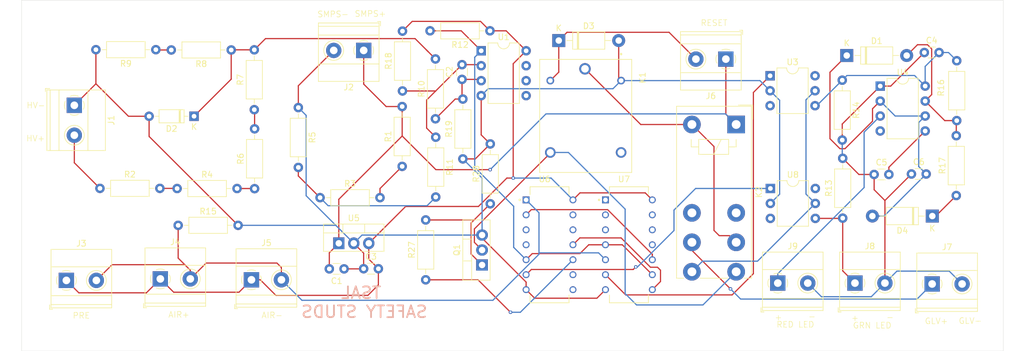
<source format=kicad_pcb>
(kicad_pcb (version 20221018) (generator pcbnew)
  (layers (0 "F.Cu" signal) (31 "B.Cu" signal) (34 "B.Paste" user) (35 "F.Paste" user) (36 "B.SilkS" user "B.Silkscreen") (37 "F.SilkS" user "F.Silkscreen") (38 "B.Mask" user) (39 "F.Mask" user) (44 "Edge.Cuts" user))
  (net 0 "")
  (net 1 "+5V")
  (net 2 "AIR State")
  (net 3 "/GRN+")
  (net 4 "GLV-")
  (net 5 "GND")
  (net 6 "/+HV")
  (net 7 "+12V")
  (net 8 "/RED+")
  (net 9 "reset")
  (net 10 "GLV+")
  (net 11 "Net-(Q1-D)")
  (net 12 "Net-(K1-PadCOM)")
  (net 14 "AUX Open")
  (net 17 "TS Status")
  (net 18 "TS' Status")
  (net 21 "TSAL Error'")
  (net 22 "TSAL Error")
  (net 28 "RED ON")
  (net 32 "/Vin")
  (net 33 "Net-(U1A--)")
  (net 34 "/Vref")
  (net 35 "Net-(U1A-+)")
  (net 36 "Net-(R8-Pad2)")
  (net 37 "Net-(R1-Pad1)")
  (net 38 "Net-(R6-Pad2)")
  (net 39 "Net-(R4-Pad2)")
  (net 40 "Net-(R2-Pad2)")
  (net 41 "Net-(U4-VCC)")
  (net 42 "Net-(D1-A)")
  (net 43 "Net-(D4-K)")
  (net 44 "Net-(Q1-G)")
  (net 47 "GLV supply")
  (net 48 "Net-(D1-K)")
  (net 50 "Net-(U4-CV)")
  (footprint "Resistor_THT:R_Axial_DIN0207_L6.3mm_D2.5mm_P10.16mm_Horizontal" (layer "F.Cu") (at 86.8426 61.3918)
    (fp_text reference "R4")
    (fp_text value "47k")
  )
  (footprint "Resistor_THT:R_Axial_DIN0207_L6.3mm_D2.5mm_P10.16mm_Horizontal" (layer "F.Cu") (at 96.012 37.8714 180)
    (fp_text reference "R8")
    (fp_text value "1k")
  )
  (footprint "Resistor_THT:R_Axial_DIN0207_L6.3mm_D2.5mm_P10.16mm_Horizontal" (layer "F.Cu") (at 124.9934 57.6326 90)
    (fp_text reference "R1")
    (fp_text value "10k")
  )
  (footprint "TerminalBlock_Phoenix:TerminalBlock_Phoenix_MKDS-1,5-2-5.08_1x02_P5.08mm_Horizontal" (layer "F.Cu") (at 179.8624 39.4206 180)
    (fp_text reference "J6")
    (fp_text value "Screw_Terminal_01x02")
  )
  (footprint "Package_TO_SOT_THT:TO-220-3_Vertical" (layer "F.Cu") (at 114.2492 70.6882)
    (fp_text reference "U5")
    (fp_text value "L7805")
  )
  (footprint "SN74HC00N:DIP794W45P254L1969H508Q14" (layer "F.Cu") (at 163.4236 70.9422)
    (fp_text reference "U7")
    (fp_text value "SN74LS08N")
  )
  (footprint "Resistor_THT:R_Axial_DIN0207_L6.3mm_D2.5mm_P10.16mm_Horizontal" (layer "F.Cu") (at 218.9988 49.8602 90)
    (fp_text reference "R16")
    (fp_text value "180k")
  )
  (footprint "SN74HC00N:DIP794W45P254L1969H508Q14" (layer "F.Cu") (at 149.9709 70.9422)
    (fp_text reference "U6")
    (fp_text value "SN74LS04N")
  )
  (footprint "Resistor_THT:R_Axial_DIN0207_L6.3mm_D2.5mm_P10.16mm_Horizontal" (layer "F.Cu") (at 111.0742 62.9412)
    (fp_text reference "R3")
    (fp_text value "1k")
  )
  (footprint "Resistor_THT:R_Axial_DIN0207_L6.3mm_D2.5mm_P10.16mm_Horizontal" (layer "F.Cu") (at 73.7616 61.3664)
    (fp_text reference "R2")
    (fp_text value "47k")
  )
  (footprint "Resistor_THT:R_Axial_DIN0207_L6.3mm_D2.5mm_P10.16mm_Horizontal" (layer "F.Cu") (at 130.6322 49.5554 90)
    (fp_text reference "R10")
    (fp_text value "100")
  )
  (footprint "Capacitor_THT:C_Disc_D3.0mm_W1.6mm_P2.50mm" (layer "F.Cu") (at 135.138 42.8652 90)
    (fp_text reference "C2")
    (fp_text value "10n")
  )
  (footprint "Package_TO_SOT_THT:TO-220-3_Vertical" (layer "F.Cu") (at 138.5368 74.3712 90)
    (fp_text reference "Q1")
    (fp_text value "IRF540N")
  )
  (footprint "Resistor_THT:R_Axial_DIN0207_L6.3mm_D2.5mm_P10.16mm_Horizontal" (layer "F.Cu") (at 139.9286 63.9826 90)
    (fp_text reference "R28")
    (fp_text value "10k")
  )
  (footprint "MountingHole:MountingHole_3.5mm" (layer "F.Cu") (at 64.8716 34.8234)
    (fp_text reference "REF**" hide)
    (fp_text value "MountingHole_3.5mm")
  )
  (footprint "Resistor_THT:R_Axial_DIN0207_L6.3mm_D2.5mm_P10.16mm_Horizontal" (layer "F.Cu") (at 107.3912 47.6504 -90)
    (fp_text reference "R5")
    (fp_text value "1K")
  )
  (footprint "MountingHole:MountingHole_3.5mm" (layer "F.Cu") (at 222.3516 34.798)
    (fp_text reference "REF**" hide)
    (fp_text value "MountingHole_3.5mm")
  )
  (footprint "Diode_THT:D_DO-41_SOD81_P10.16mm_Horizontal" (layer "F.Cu") (at 151.5364 36.2712)
    (fp_text reference "D3")
    (fp_text value "1N4002")
  )
  (footprint "Resistor_THT:R_Axial_DIN0207_L6.3mm_D2.5mm_P10.16mm_Horizontal" (layer "F.Cu") (at 199.5932 43.0022 -90)
    (fp_text reference "R14")
    (fp_text value "10k")
  )
  (footprint "TerminalBlock_Phoenix:TerminalBlock_Phoenix_MKDS-1,5-2-5.08_1x02_P5.08mm_Horizontal" (layer "F.Cu") (at 69.418 47.2644 -90)
    (fp_text reference "J1")
    (fp_text value "Screw_Terminal_01x02")
  )
  (footprint "Capacitor_THT:C_Disc_D3.0mm_W1.6mm_P2.50mm" (layer "F.Cu") (at 213.507 38.3032)
    (fp_text reference "C4")
    (fp_text value "100n")
  )
  (footprint "TerminalBlock_Phoenix:TerminalBlock_Phoenix_MKDS-1,5-2-5.08_1x02_P5.08mm_Horizontal" (layer "F.Cu") (at 83.9978 76.7334)
    (fp_text reference "J4")
    (fp_text value "Screw_Terminal_01x02")
  )
  (footprint "Capacitor_THT:C_Disc_D3.0mm_W1.6mm_P2.50mm" (layer "F.Cu") (at 115.1436 75.0316 180)
    (fp_text reference "C1")
    (fp_text value "0.33u")
  )
  (footprint "TerminalBlock_Phoenix:TerminalBlock_Phoenix_MKDS-1,5-2-5.08_1x02_P5.08mm_Horizontal" (layer "F.Cu") (at 214.8282 77.5972)
    (fp_text reference "J7")
    (fp_text value "Screw_Terminal_01x02")
  )
  (footprint "Resistor_THT:R_Axial_DIN0207_L6.3mm_D2.5mm_P10.16mm_Horizontal" (layer "F.Cu") (at 135.2804 56.3626 90)
    (fp_text reference "R19")
    (fp_text value "1k")
  )
  (footprint "Resistor_THT:R_Axial_DIN0207_L6.3mm_D2.5mm_P10.16mm_Horizontal" (layer "F.Cu") (at 125.0442 44.831 90)
    (fp_text reference "R18")
    (fp_text value "1k")
  )
  (footprint "Relay_THT:Relay_DPDT_Finder_40.52" (layer "F.Cu") (at 181.6091 50.5225 -90)
    (fp_text reference "K2")
    (fp_text value "FINDER-40.52")
  )
  (footprint "Resistor_THT:R_Axial_DIN0207_L6.3mm_D2.5mm_P10.16mm_Horizontal" (layer "F.Cu") (at 139.8778 34.6202 180)
    (fp_text reference "R12")
    (fp_text value "1k")
  )
  (footprint "Diode_THT:D_DO-35_SOD27_P7.62mm_Horizontal" (layer "F.Cu") (at 89.7128 49.1236 180)
    (fp_text reference "D2")
    (fp_text value "12V")
  )
  (footprint "TerminalBlock_Phoenix:TerminalBlock_Phoenix_MKDS-1,5-2-5.08_1x02_P5.08mm_Horizontal" (layer "F.Cu") (at 99.441 76.8858)
    (fp_text reference "J5")
    (fp_text value "Screw_Terminal_01x02")
  )
  (footprint "Diode_THT:D_DO-41_SOD81_P10.16mm_Horizontal" (layer "F.Cu") (at 214.8586 66.0654 180)
    (fp_text reference "D4")
    (fp_text value "1N4002")
  )
  (footprint "SRD-12VDC-SL-C:RELAY_SRD-12VDC-SL-C" (layer "F.Cu") (at 156.1028 49.1704 -90)
    (fp_text reference "K1")
    (fp_text value "SRD-12VDC-SL-C")
  )
  (footprint "Capacitor_THT:C_Disc_D3.0mm_W1.6mm_P2.50mm" (layer "F.Cu") (at 211.3226 58.928)
    (fp_text reference "C6")
    (fp_text value "1u")
  )
  (footprint "TerminalBlock_Phoenix:TerminalBlock_Phoenix_MKDS-1,5-2-5.08_1x02_P5.08mm_Horizontal" (layer "F.Cu") (at 201.7472 77.4448)
    (fp_text reference "J8")
    (fp_text value "Screw_Terminal_01x02")
  )
  (footprint "MountingHole:MountingHole_3.5mm" (layer "F.Cu") (at 134.5184 83.058)
    (fp_text reference "REF**" hide)
    (fp_text value "MountingHole_3.5mm")
  )
  (footprint "Capacitor_THT:C_Disc_D3.0mm_W1.6mm_P2.50mm" (layer "F.Cu") (at 204.998 59.0042)
    (fp_text reference "C5")
    (fp_text value "100n")
  )
  (footprint "Resistor_THT:R_Axial_DIN0207_L6.3mm_D2.5mm_P10.16mm_Horizontal" (layer "F.Cu") (at 218.9226 62.5856 90)
    (fp_text reference "R17")
    (fp_text value "180k")
  )
  (footprint "Package_DIP:DIP-6_W7.62mm" (layer "F.Cu") (at 187.4112 61.3814)
    (fp_text reference "U8")
    (fp_text value "4N35")
  )
  (footprint "Resistor_THT:R_Axial_DIN0207_L6.3mm_D2.5mm_P10.16mm_Horizontal" (layer "F.Cu") (at 99.9236 48.006 90)
    (fp_text reference "R7")
    (fp_text value "249k")
  )
  (footprint "Package_DIP:DIP-8_W7.62mm" (layer "F.Cu") (at 206.0294 44.0028)
    (fp_text reference "U4")
    (fp_text value "NE555P")
  )
  (footprint "Resistor_THT:R_Axial_DIN0207_L6.3mm_D2.5mm_P10.16mm_Horizontal" (layer "F.Cu") (at 83.2358 37.8206 180)
    (fp_text reference "R9")
    (fp_text value "1k")
  )
  (footprint "Package_DIP:DIP-8_W7.62mm" (layer "F.Cu") (at 138.3892 38.0084)
    (fp_text reference "U1")
    (fp_text value "LM393")
  )
  (footprint "Resistor_THT:R_Axial_DIN0207_L6.3mm_D2.5mm_P10.16mm_Horizontal" (layer "F.Cu") (at 99.9744 61.4172 90)
    (fp_text reference "R6")
    (fp_text value "47k")
  )
  (footprint "TerminalBlock_Phoenix:TerminalBlock_Phoenix_MKDS-1,5-2-5.08_1x02_P5.08mm_Horizontal" (layer "F.Cu") (at 68.072 76.9874)
    (fp_text reference "J3")
    (fp_text value "Screw_Terminal_01x02")
  )
  (footprint "Resistor_THT:R_Axial_DIN0207_L6.3mm_D2.5mm_P10.16mm_Horizontal" (layer "F.Cu") (at 128.9812 76.8858 90)
    (fp_text reference "R27")
    (fp_text value "100")
  )
  (footprint "Resistor_THT:R_Axial_DIN0207_L6.3mm_D2.5mm_P10.16mm_Horizontal" (layer "F.Cu") (at 87.0204 67.6402)
    (fp_text reference "R15")
    (fp_text value "10k")
  )
  (footprint "Package_DIP:DIP-6_W7.62mm" (layer "F.Cu") (at 187.3604 42.2552)
    (fp_text reference "U3")
    (fp_text value "4N35")
  )
  (footprint "TerminalBlock_Phoenix:TerminalBlock_Phoenix_MKDS-1,5-2-5.08_1x02_P5.08mm_Horizontal" (layer "F.Cu") (at 118.4706 37.9474 180)
    (fp_text reference "J2")
    (fp_text value "Screw_Terminal_01x02")
  )
  (footprint "TerminalBlock_Phoenix:TerminalBlock_Phoenix_MKDS-1,5-2-5.08_1x02_P5.08mm_Horizontal" (layer "F.Cu") (at 188.6662 77.4448)
    (fp_text reference "J9")
    (fp_text value "Screw_Terminal_01x02")
  )
  (footprint "Diode_THT:D_DO-41_SOD81_P10.16mm_Horizontal" (layer "F.Cu") (at 200.3552 38.8112)
    (fp_text reference "D1")
    (fp_text value "1N4002")
  )
  (footprint "Capacitor_THT:C_Disc_D3.0mm_W1.6mm_P2.50mm" (layer "F.Cu") (at 118.4602 75.0062)
    (fp_text reference "C3")
    (fp_text value "0.1u")
  )
  (footprint "Resistor_THT:R_Axial_DIN0207_L6.3mm_D2.5mm_P10.16mm_Horizontal" (layer "F.Cu") (at 199.6694 66.421 90)
    (fp_text reference "R13")
    (fp_text value "10k")
  )
  (footprint "Resistor_THT:R_Axial_DIN0207_L6.3mm_D2.5mm_P10.16mm_Horizontal" (layer "F.Cu") (at 130.683 52.6796 -90)
    (fp_text reference "R11")
    (fp_text value "100")
  )
  (gr_rect (start 60.4774 29.4132) (end 226.8728 88.9762) (stroke (width 0.05)) (fill none) (layer "Edge.Cuts"))
  (gr_text "SAFETY STUDS" (at 129.4384 83.4898) (layer "B.SilkS") (effects (font (size 2 2) (thickness 0.3)) (justify left bottom mirror)))
  (gr_text "TSAL " (at 121.6152 80.264) (layer "B.SilkS") (effects (font (size 2 2) (thickness 0.3)) (justify left bottom mirror)))
  (gr_text "+\n" (at 201.0664 83.947) (layer "F.SilkS") (effects (font (size 1 1) (thickness 0.1)) (justify left bottom)))
  (gr_text "GLV+" (at 213.5378 84.4804) (layer "F.SilkS") (effects (font (size 1 1) (thickness 0.1)) (justify left bottom)))
  (gr_text "SMPS+" (at 116.8908 32.3088) (layer "F.SilkS") (effects (font (size 1 1) (thickness 0.1)) (justify left bottom)))
  (gr_text "+\n" (at 188.087 83.8454) (layer "F.SilkS") (effects (font (size 1 1) (thickness 0.1)) (justify left bottom)))
  (gr_text "GLV-" (at 219.2782 84.4296) (layer "F.SilkS") (effects (font (size 1 1) (thickness 0.1)) (justify left bottom)))
  (gr_text "AIR+" (at 85.2932 83.3882) (layer "F.SilkS") (effects (font (size 1 1) (thickness 0.1)) (justify left bottom)))
  (gr_text "PRE" (at 69.088 83.5406) (layer "F.SilkS") (effects (font (size 1 1) (thickness 0.1)) (justify left bottom)))
  (gr_text "AIR-" (at 101.092 83.4898) (layer "F.SilkS") (effects (font (size 1 1) (thickness 0.1)) (justify left bottom)))
  (gr_text "RED LED" (at 188.3918 85.0646) (layer "F.SilkS") (effects (font (size 1 1) (thickness 0.1)) (justify left bottom)))
  (gr_text "GRN LED" (at 201.3458 85.217) (layer "F.SilkS") (effects (font (size 1 1) (thickness 0.1)) (justify left bottom)))
  (gr_text "SMPS-" (at 110.5662 32.385) (layer "F.SilkS") (effects (font (size 1 1) (thickness 0.1)) (justify left bottom)))
  (gr_text "-" (at 207.01 83.82) (layer "F.SilkS") (effects (font (size 1 1) (thickness 0.1)) (justify left bottom)))
  (gr_text "RESET" (at 175.5394 33.8582) (layer "F.SilkS") (effects (font (size 1 1) (thickness 0.1)) (justify left bottom)))
  (gr_text "-" (at 193.7766 83.693) (layer "F.SilkS") (effects (font (size 1 1) (thickness 0.1)) (justify left bottom)))
  (gr_text "HV+" (at 61.214 53.467) (layer "F.SilkS") (effects (font (size 1 1) (thickness 0.1)) (justify left bottom)))
  (gr_text "HV-" (at 61.2648 47.8536) (layer "F.SilkS") (effects (font (size 1 1) (thickness 0.1)) (justify left bottom)))
  (segment (start 120.9602 75.0062) (end 120.9602 77.7494) (width 0.2) (layer "F.Cu") (net 1))
  (segment (start 143.8148 59.6138) (end 143.8148 40.2028) (width 0.2) (layer "F.Cu") (net 1))
  (segment (start 70.1802 79.0956) (end 81.6356 79.0956) (width 0.2) (layer "F.Cu") (net 1))
  (segment (start 126.6952 33.02) (end 138.2776 33.02) (width 0.2) (layer "F.Cu") (net 1))
  (segment (start 155.1347 62.1284) (end 166.1998 62.1284) (width 0.2) (layer "F.Cu") (net 1))
  (segment (start 142.621 34.6202) (end 146.0092 38.0084) (width 0.2) (layer "F.Cu") (net 1))
  (segment (start 86.2584 78.994) (end 97.3328 78.994) (width 0.2) (layer "F.Cu") (net 1))
  (segment (start 68.072 76.9874) (end 70.1802 79.0956) (width 0.2) (layer "F.Cu") (net 1))
  (segment (start 100.941 76.8858) (end 103.5826 79.5274) (width 0.2) (layer "F.Cu") (net 1))
  (segment (start 138.2776 33.02) (end 139.8778 34.6202) (width 0.2) (layer "F.Cu") (net 1))
  (segment (start 139.8778 34.6202) (end 142.621 34.6202) (width 0.2) (layer "F.Cu") (net 1))
  (segment (start 99.441 76.8858) (end 100.941 76.8858) (width 0.2) (layer "F.Cu") (net 1))
  (segment (start 119.3292 73.3752) (end 120.9602 75.0062) (width 0.2) (layer "F.Cu") (net 1))
  (segment (start 120.9602 77.7494) (end 119.1822 79.5274) (width 0.2) (layer "F.Cu") (net 1))
  (segment (start 142.741765 59.6138) (end 143.8148 59.6138) (width 0.2) (layer "F.Cu") (net 1))
  (segment (start 125.579165 64.438235) (end 137.91733 64.438235) (width 0.2) (layer "F.Cu") (net 1))
  (segment (start 119.3292 70.6882) (end 119.3292 73.3752) (width 0.2) (layer "F.Cu") (net 1))
  (segment (start 166.1998 62.1284) (end 167.3936 63.3222) (width 0.2) (layer "F.Cu") (net 1))
  (segment (start 125.0442 34.671) (end 126.6952 33.02) (width 0.2) (layer "F.Cu") (net 1))
  (segment (start 97.3328 78.994) (end 99.441 76.8858) (width 0.2) (layer "F.Cu") (net 1))
  (segment (start 143.8148 40.2028) (end 146.0092 38.0084) (width 0.2) (layer "F.Cu") (net 1))
  (segment (start 137.91733 64.438235) (end 142.741765 59.6138) (width 0.2) (layer "F.Cu") (net 1))
  (segment (start 103.5826 79.5274) (end 119.1822 79.5274) (width 0.2) (layer "F.Cu") (net 1))
  (segment (start 83.9978 76.7334) (end 86.2584 78.994) (width 0.2) (layer "F.Cu") (net 1))
  (segment (start 119.3292 70.6882) (end 125.579165 64.438235) (width 0.2) (layer "F.Cu") (net 1))
  (segment (start 81.6356 79.0956) (end 83.9978 76.7334) (width 0.2) (layer "F.Cu") (net 1))
  (segment (start 153.9409 63.3222) (end 155.1347 62.1284) (width 0.2) (layer "F.Cu") (net 1))
  (via (at 143.8148 59.6138) (size 0.6) (drill 0.3) (layers "F.Cu" "B.Cu") (net 1))
  (segment (start 143.8148 59.6138) (end 150.2325 59.6138) (width 0.2) (layer "B.Cu") (net 1))
  (segment (start 150.2325 59.6138) (end 153.9409 63.3222) (width 0.2) (layer "B.Cu") (net 1))
  (segment (start 73.152 76.9874) (end 75.819 74.3204) (width 0.2) (layer "F.Cu") (net 2))
  (segment (start 75.819 74.3204) (end 88.138 74.3204) (width 0.2) (layer "F.Cu") (net 2))
  (segment (start 89.0778 75.2602) (end 88.138 74.3204) (width 0.2) (layer "F.Cu") (net 2))
  (segment (start 104.521 74.803) (end 103.759 74.041) (width 0.2) (layer "F.Cu") (net 2))
  (segment (start 103.759 74.041) (end 91.7702 74.041) (width 0.2) (layer "F.Cu") (net 2))
  (segment (start 91.7702 74.041) (end 89.0778 76.7334) (width 0.2) (layer "F.Cu") (net 2))
  (segment (start 87.0204 67.6402) (end 87.0204 73.2028) (width 0.2) (layer "F.Cu") (net 2))
  (segment (start 104.521 76.8858) (end 104.521 74.803) (width 0.2) (layer "F.Cu") (net 2))
  (segment (start 87.0204 73.2028) (end 88.138 74.3204) (width 0.2) (layer "F.Cu") (net 2))
  (segment (start 89.0778 76.7334) (end 89.0778 75.2602) (width 0.2) (layer "F.Cu") (net 2))
  (segment (start 148.1836 72.55108) (end 148.1836 72.3138) (width 0.2) (layer "B.Cu") (net 2))
  (segment (start 108.0008 80.3656) (end 140.36908 80.3656) (width 0.2) (layer "B.Cu") (net 2))
  (segment (start 104.521 76.8858) (end 108.0008 80.3656) (width 0.2) (layer "B.Cu") (net 2))
  (segment (start 148.1836 65.5049) (end 146.0009 63.3222) (width 0.2) (layer "B.Cu") (net 2))
  (segment (start 158.2852 72.3138) (end 148.1836 72.3138) (width 0.2) (layer "B.Cu") (net 2))
  (segment (start 140.36908 80.3656) (end 148.1836 72.55108) (width 0.2) (layer "B.Cu") (net 2))
  (segment (start 159.4536 73.4822) (end 158.2852 72.3138) (width 0.2) (layer "B.Cu") (net 2))
  (segment (start 148.1836 72.3138) (end 148.1836 65.5049) (width 0.2) (layer "B.Cu") (net 2))
  (segment (start 195.0312 66.4614) (end 199.629 66.4614) (width 0.2) (layer "F.Cu") (net 3))
  (segment (start 199.629 66.4614) (end 199.6694 66.421) (width 0.2) (layer "F.Cu") (net 3))
  (segment (start 199.6694 75.367) (end 201.7472 77.4448) (width 0.2) (layer "F.Cu") (net 3))
  (segment (start 199.6694 66.421) (end 199.6694 75.367) (width 0.2) (layer "F.Cu") (net 3))
  (segment (start 206.8272 77.4448) (end 206.8272 63.4234) (width 0.2) (layer "F.Cu") (net 4))
  (segment (start 199.5932 53.1622) (end 199.5932 50.439) (width 0.2) (layer "F.Cu") (net 4))
  (segment (start 204.998 59.0042) (end 202.4126 59.0042) (width 0.2) (layer "F.Cu") (net 4))
  (segment (start 202.4126 59.0042) (end 199.6694 56.261) (width 0.2) (layer "F.Cu") (net 4))
  (segment (start 204.998 59.0042) (end 204.998 61.5942) (width 0.2) (layer "F.Cu") (net 4))
  (segment (start 204.998 61.5942) (end 206.8272 63.4234) (width 0.2) (layer "F.Cu") (net 4))
  (segment (start 207.8074 44.0028) (end 206.0294 44.0028) (width 0.2) (layer "F.Cu") (net 4))
  (segment (start 213.507 38.3032) (end 207.8074 44.0028) (width 0.2) (layer "F.Cu") (net 4))
  (segment (start 206.8272 63.4234) (end 211.3226 58.928) (width 0.2) (layer "F.Cu") (net 4))
  (segment (start 199.5932 50.439) (end 206.0294 44.0028) (width 0.2) (layer "F.Cu") (net 4))
  (segment (start 206.8272 77.4448) (end 204.516 79.756) (width 0.2) (layer "B.Cu") (net 4))
  (segment (start 208.8594 75.4126) (end 206.8272 77.4448) (width 0.2) (layer "B.Cu") (net 4))
  (segment (start 219.9082 77.5972) (end 217.7236 75.4126) (width 0.2) (layer "B.Cu") (net 4))
  (segment (start 217.7236 75.4126) (end 208.8594 75.4126) (width 0.2) (layer "B.Cu") (net 4))
  (segment (start 204.516 79.756) (end 196.0574 79.756) (width 0.2) (layer "B.Cu") (net 4))
  (segment (start 199.5932 53.1622) (end 199.5932 56.1848) (width 0.2) (layer "B.Cu") (net 4))
  (segment (start 196.0574 79.756) (end 193.7462 77.4448) (width 0.2) (layer "B.Cu") (net 4))
  (segment (start 199.5932 56.1848) (end 199.6694 56.261) (width 0.2) (layer "B.Cu") (net 4))
  (segment (start 78.5928 49.1236) (end 73.0758 43.6066) (width 0.2) (layer "F.Cu") (net 5))
  (segment (start 82.0928 49.1236) (end 82.0928 52.5526) (width 0.2) (layer "F.Cu") (net 5))
  (segment (start 161.6964 36.2712) (end 161.6964 42.664) (width 0.2) (layer "F.Cu") (net 5))
  (segment (start 138.5368 69.80968) (end 146.0009 77.27378) (width 0.2) (layer "F.Cu") (net 5))
  (segment (start 138.5368 69.2912) (end 138.5368 69.80968) (width 0.2) (layer "F.Cu") (net 5))
  (segment (start 107.3912 43.9468) (end 113.3906 37.9474) (width 0.2) (layer "F.Cu") (net 5))
  (segment (start 73.0758 43.6066) (end 69.418 47.2644) (width 0.2) (layer "F.Cu") (net 5))
  (segment (start 137.3886 56.3626) (end 139.9286 53.8226) (width 0.2) (layer "F.Cu") (net 5))
  (segment (start 146.0009 78.5622) (end 147.4487 80.01) (width 0.2) (layer "F.Cu") (net 5))
  (segment (start 135.2804 56.3626) (end 137.3886 56.3626) (width 0.2) (layer "F.Cu") (net 5))
  (segment (start 138.3892 45.6284) (end 138.3892 52.2832) (width 0.2) (layer "F.Cu") (net 5))
  (segment (start 73.0758 37.8206) (end 73.0758 43.6066) (width 0.2) (layer "F.Cu") (net 5))
  (segment (start 161.6964 42.664) (end 162.1028 43.0704) (width 0.2) (layer "F.Cu") (net 5))
  (segment (start 82.0928 49.1236) (end 78.5928 49.1236) (width 0.2) (layer "F.Cu") (net 5))
  (segment (start 138.3892 52.2832) (end 139.9286 53.8226) (width 0.2) (layer "F.Cu") (net 5))
  (segment (start 82.0928 52.5526) (end 97.1804 67.6402) (width 0.2) (layer "F.Cu") (net 5))
  (segment (start 115.1436 75.0316) (end 118.4348 75.0316) (width 0.2) (layer "F.Cu") (net 5))
  (segment (start 118.4348 75.0316) (end 118.4602 75.0062) (width 0.2) (layer "F.Cu") (net 5))
  (segment (start 147.4487 80.01) (end 158.0058 80.01) (width 0.2) (layer "F.Cu") (net 5))
  (segment (start 118.4602 72.3592) (end 116.7892 70.6882) (width 0.2) (layer "F.Cu") (net 5))
  (segment (start 107.3912 47.6504) (end 107.3912 43.9468) (width 0.2) (layer "F.Cu") (net 5))
  (segment (start 118.4602 75.0062) (end 118.4602 72.3592) (width 0.2) (layer "F.Cu") (net 5))
  (segment (start 158.0058 80.01) (end 159.4536 78.5622) (width 0.2) (layer "F.Cu") (net 5))
  (segment (start 146.0009 77.27378) (end 146.0009 78.5622) (width 0.2) (layer "F.Cu") (net 5))
  (segment (start 138.5368 69.2912) (end 138.5368 59.619) (width 0.2) (layer "B.Cu") (net 5))
  (segment (start 188.976 46.4108) (end 188.976 62.3566) (width 0.2) (layer "B.Cu") (net 5))
  (segment (start 138.3892 45.6284) (end 139.5676 44.45) (width 0.2) (layer "B.Cu") (net 5))
  (segment (start 113.7412 67.6402) (end 97.1804 67.6402) (width 0.2) (layer "B.Cu") (net 5))
  (segment (start 188.976 62.3566) (end 187.4112 63.9214) (width 0.2) (layer "B.Cu") (net 5))
  (segment (start 107.3912 47.6504) (end 108.712 48.9712) (width 0.2) (layer "B.Cu") (net 5))
  (segment (start 108.712 62.611) (end 113.7412 67.6402) (width 0.2) (layer "B.Cu") (net 5))
  (segment (start 160.7232 44.45) (end 162.1028 43.0704) (width 0.2) (layer "B.Cu") (net 5))
  (segment (start 108.712 48.9712) (end 108.712 62.611) (width 0.2) (layer "B.Cu") (net 5))
  (segment (start 185.6356 43.0704) (end 187.3604 44.7952) (width 0.2) (layer "B.Cu") (net 5))
  (segment (start 118.1862 69.2912) (end 138.5368 69.2912) (width 0.2) (layer "B.Cu") (net 5))
  (segment (start 162.1028 43.0704) (end 185.6356 43.0704) (width 0.2) (layer "B.Cu") (net 5))
  (segment (start 187.3604 44.7952) (end 188.976 46.4108) (width 0.2) (layer "B.Cu") (net 5))
  (segment (start 138.5368 59.619) (end 135.2804 56.3626) (width 0.2) (layer "B.Cu") (net 5))
  (segment (start 116.7892 70.6882) (end 118.1862 69.2912) (width 0.2) (layer "B.Cu") (net 5))
  (segment (start 139.5676 44.45) (end 160.7232 44.45) (width 0.2) (layer "B.Cu") (net 5))
  (segment (start 116.7892 70.6882) (end 113.7412 67.6402) (width 0.2) (layer "B.Cu") (net 5))
  (segment (start 69.418 57.0228) (end 73.7616 61.3664) (width 0.2) (layer "F.Cu") (net 6))
  (segment (start 69.418 52.3444) (end 69.418 57.0228) (width 0.2) (layer "F.Cu") (net 6))
  (segment (start 124.9934 47.4726) (end 122.2756 47.4726) (width 0.2) (layer "F.Cu") (net 7))
  (segment (start 114.2492 63.2206) (end 114.2492 70.6882) (width 0.2) (layer "F.Cu") (net 7))
  (segment (start 124.9934 52.4764) (end 114.2492 63.2206) (width 0.2) (layer "F.Cu") (net 7))
  (segment (start 118.4706 43.6676) (end 118.4706 37.9474) (width 0.2) (layer "F.Cu") (net 7))
  (segment (start 139.9032 58.1914) (end 130.7084 58.1914) (width 0.2) (layer "F.Cu") (net 7))
  (segment (start 179.8624 48.7758) (end 181.6091 50.5225) (width 0.2) (layer "F.Cu") (net 7))
  (segment (start 179.8624 39.4206) (end 179.8624 48.7758) (width 0.2) (layer "F.Cu") (net 7))
  (segment (start 124.9934 47.4726) (end 124.9934 52.4764) (width 0.2) (layer "F.Cu") (net 7))
  (segment (start 112.6436 72.2938) (end 114.2492 70.6882) (width 0.2) (layer "F.Cu") (net 7))
  (segment (start 130.7084 58.1914) (end 124.9934 52.4764) (width 0.2) (layer "F.Cu") (net 7))
  (segment (start 112.6436 75.0316) (end 112.6436 72.2938) (width 0.2) (layer "F.Cu") (net 7))
  (segment (start 122.2756 47.4726) (end 118.4706 43.6676) (width 0.2) (layer "F.Cu") (net 7))
  (via (at 139.9032 58.1914) (size 0.6) (drill 0.3) (layers "F.Cu" "B.Cu") (net 7))
  (segment (start 149.3721 48.7225) (end 139.9032 58.1914) (width 0.2) (layer "B.Cu") (net 7))
  (segment (start 181.6091 50.5225) (end 179.8091 48.7225) (width 0.2) (layer "B.Cu") (net 7))
  (segment (start 179.8091 48.7225) (end 149.3721 48.7225) (width 0.2) (layer "B.Cu") (net 7))
  (segment (start 188.6662 75.8494) (end 188.6662 77.4448) (width 0.2) (layer "B.Cu") (net 8))
  (segment (start 203.2986 61.217) (end 188.6662 75.8494) (width 0.2) (layer "B.Cu") (net 8))
  (segment (start 203.2986 51.8136) (end 203.2986 61.217) (width 0.2) (layer "B.Cu") (net 8))
  (segment (start 206.0294 49.0828) (end 203.2986 51.8136) (width 0.2) (layer "B.Cu") (net 8))
  (segment (start 151.5364 36.2712) (end 151.5364 41.6368) (width 0.2) (layer "F.Cu") (net 9))
  (segment (start 170.233 34.8712) (end 174.7824 39.4206) (width 0.2) (layer "F.Cu") (net 9))
  (segment (start 152.9364 34.8712) (end 170.233 34.8712) (width 0.2) (layer "F.Cu") (net 9))
  (segment (start 151.5364 36.2712) (end 152.9364 34.8712) (width 0.2) (layer "F.Cu") (net 9))
  (segment (start 151.5364 41.6368) (end 150.1028 43.0704) (width 0.2) (layer "F.Cu") (net 9))
  (segment (start 174.1091 71.8995) (end 174.1091 70.5225) (width 0.2) (layer "F.Cu") (net 10))
  (segment (start 180.6448 78.4352) (end 174.1091 71.8995) (width 0.2) (layer "F.Cu") (net 10))
  (via (at 180.6448 78.4352) (size 0.6) (drill 0.3) (layers "F.Cu" "B.Cu") (net 10))
  (segment (start 182.3656 80.156) (end 180.6448 78.4352) (width 0.2) (layer "B.Cu") (net 10))
  (segment (start 212.2694 80.156) (end 182.3656 80.156) (width 0.2) (layer "B.Cu") (net 10))
  (segment (start 214.8282 77.5972) (end 212.2694 80.156) (width 0.2) (layer "B.Cu") (net 10))
  (segment (start 137.2368 68.2492) (end 150.1028 55.3832) (width 0.2) (layer "F.Cu") (net 11))
  (segment (start 150.1028 55.3832) (end 150.1028 55.2704) (width 0.2) (layer "F.Cu") (net 11))
  (segment (start 138.5368 71.8312) (end 137.2368 70.5312) (width 0.2) (layer "F.Cu") (net 11))
  (segment (start 137.2368 70.5312) (end 137.2368 68.2492) (width 0.2) (layer "F.Cu") (net 11))
  (segment (start 163.0132 79.4472) (end 164.719 81.153) (width 0.2) (layer "B.Cu") (net 11))
  (segment (start 162.7886 64.8872) (end 162.7886 79.248) (width 0.2) (layer "B.Cu") (net 11))
  (segment (start 162.9878 79.4472) (end 163.0132 79.4472) (width 0.2) (layer "B.Cu") (net 11))
  (segment (start 150.1028 55.2704) (end 153.1718 55.2704) (width 0.2) (layer "B.Cu") (net 11))
  (segment (start 175.9786 81.153) (end 181.6091 75.5225) (width 0.2) (layer "B.Cu") (net 11))
  (segment (start 164.719 81.153) (end 175.9786 81.153) (width 0.2) (layer "B.Cu") (net 11))
  (segment (start 153.1718 55.2704) (end 162.7886 64.8872) (width 0.2) (layer "B.Cu") (net 11))
  (segment (start 162.7886 79.248) (end 162.9878 79.4472) (width 0.2) (layer "B.Cu") (net 11))
  (segment (start 180.4794 69.3928) (end 181.6091 70.5225) (width 0.2) (layer "F.Cu") (net 12))
  (segment (start 177.8508 54.2642) (end 177.8508 68.5038) (width 0.2) (layer "F.Cu") (net 12))
  (segment (start 177.8508 68.5038) (end 178.7398 69.3928) (width 0.2) (layer "F.Cu") (net 12))
  (segment (start 165.4349 50.5225) (end 174.1091 50.5225) (width 0.2) (layer "F.Cu") (net 12))
  (segment (start 178.7398 69.3928) (end 180.4794 69.3928) (width 0.2) (layer "F.Cu") (net 12))
  (segment (start 155.9828 41.0704) (end 165.4349 50.5225) (width 0.2) (layer "F.Cu") (net 12))
  (segment (start 174.1091 50.5225) (end 177.8508 54.2642) (width 0.2) (layer "F.Cu") (net 12))
  (segment (start 167.3936 72.55062) (end 167.3936 73.4822) (width 0.2) (layer "F.Cu") (net 14))
  (segment (start 159.82018 64.9772) (end 167.3936 72.55062) (width 0.2) (layer "F.Cu") (net 14))
  (segment (start 146.8859 64.9772) (end 159.82018 64.9772) (width 0.2) (layer "F.Cu") (net 14))
  (segment (start 146.0009 65.8622) (end 146.8859 64.9772) (width 0.2) (layer "F.Cu") (net 14))
  (segment (start 146.0009 73.4822) (end 147.0423 72.4408) (width 0.2) (layer "F.Cu") (net 17))
  (segment (start 156.6164 70.9422) (end 159.4536 70.9422) (width 0.2) (layer "F.Cu") (net 17))
  (segment (start 162.3136 70.9422) (end 167.3936 76.0222) (width 0.2) (layer "F.Cu") (net 17))
  (segment (start 159.4536 70.9422) (end 162.3136 70.9422) (width 0.2) (layer "F.Cu") (net 17))
  (segment (start 135.001 34.6202) (end 138.3892 38.0084) (width 0.2) (layer "F.Cu") (net 17))
  (segment (start 147.0423 72.4408) (end 155.1178 72.4408) (width 0.2) (layer "F.Cu") (net 17))
  (segment (start 129.7178 34.6202) (end 135.001 34.6202) (width 0.2) (layer "F.Cu") (net 17))
  (segment (start 155.1178 72.4408) (end 156.6164 70.9422) (width 0.2) (layer "F.Cu") (net 17))
  (segment (start 138.3892 38.0084) (end 137.2892 39.1084) (width 0.2) (layer "B.Cu") (net 17))
  (segment (start 143.891 64.407514) (end 143.891 71.3723) (width 0.2) (layer "B.Cu") (net 17))
  (segment (start 143.891 71.3723) (end 146.0009 73.4822) (width 0.2) (layer "B.Cu") (net 17))
  (segment (start 137.2892 39.1084) (end 137.2892 57.805714) (width 0.2) (layer "B.Cu") (net 17))
  (segment (start 137.2892 57.805714) (end 143.891 64.407514) (width 0.2) (layer "B.Cu") (net 17))
  (segment (start 146.0009 76.0222) (end 146.8859 75.1372) (width 0.2) (layer "F.Cu") (net 18))
  (segment (start 164.1562 75.1372) (end 164.592 74.7014) (width 0.2) (layer "F.Cu") (net 18))
  (segment (start 146.8859 75.1372) (end 164.1562 75.1372) (width 0.2) (layer "F.Cu") (net 18))
  (via (at 164.592 74.7014) (size 0.6) (drill 0.3) (layers "F.Cu" "B.Cu") (net 18))
  (segment (start 164.88598 74.7014) (end 171.069 68.51838) (width 0.2) (layer "B.Cu") (net 18))
  (segment (start 174.737 61.3814) (end 187.4112 61.3814) (width 0.2) (layer "B.Cu") (net 18))
  (segment (start 171.069 65.0494) (end 174.737 61.3814) (width 0.2) (layer "B.Cu") (net 18))
  (segment (start 164.592 74.7014) (end 164.88598 74.7014) (width 0.2) (layer "B.Cu") (net 18))
  (segment (start 171.069 68.51838) (end 171.069 65.0494) (width 0.2) (layer "B.Cu") (net 18))
  (segment (start 137.8458 76.8858) (end 143.3576 82.3976) (width 0.2) (layer "F.Cu") (net 21))
  (segment (start 128.9812 76.8858) (end 137.8458 76.8858) (width 0.2) (layer "F.Cu") (net 21))
  (via (at 143.3576 82.3976) (size 0.6) (drill 0.3) (layers "F.Cu" "B.Cu") (net 21))
  (segment (start 143.3576 82.3976) (end 145.0255 82.3976) (width 0.2) (layer "B.Cu") (net 21))
  (segment (start 145.0255 82.3976) (end 153.9409 73.4822) (width 0.2) (layer "B.Cu") (net 21))
  (segment (start 168.275 74.7522) (end 167.0812 74.7522) (width 0.2) (layer "F.Cu") (net 22))
  (segment (start 167.0812 74.7522) (end 162.1028 69.7738) (width 0.2) (layer "F.Cu") (net 22))
  (segment (start 155.1093 69.7738) (end 153.9409 70.9422) (width 0.2) (layer "F.Cu") (net 22))
  (segment (start 167.3936 78.5622) (end 168.783 77.1728) (width 0.2) (layer "F.Cu") (net 22))
  (segment (start 162.1028 69.7738) (end 155.1093 69.7738) (width 0.2) (layer "F.Cu") (net 22))
  (segment (start 168.783 77.1728) (end 168.783 75.2602) (width 0.2) (layer "F.Cu") (net 22))
  (segment (start 168.783 75.2602) (end 168.275 74.7522) (width 0.2) (layer "F.Cu") (net 22))
  (segment (start 180.9282 79.4472) (end 184.531 75.8444) (width 0.2) (layer "F.Cu") (net 28))
  (segment (start 162.8786 79.4472) (end 180.9282 79.4472) (width 0.2) (layer "F.Cu") (net 28))
  (segment (start 184.531 75.8444) (end 184.531 45.0846) (width 0.2) (layer "F.Cu") (net 28))
  (segment (start 184.531 45.0846) (end 187.3604 42.2552) (width 0.2) (layer "F.Cu") (net 28))
  (segment (start 159.4536 76.0222) (end 162.8786 79.4472) (width 0.2) (layer "F.Cu") (net 28))
  (segment (start 101.8286 35.941) (end 127.1778 35.941) (width 0.2) (layer "F.Cu") (net 32))
  (segment (start 127.1778 35.941) (end 129.3876 38.1508) (width 0.2) (layer "F.Cu") (net 32))
  (segment (start 96.012 42.8244) (end 89.7128 49.1236) (width 0.2) (layer "F.Cu") (net 32))
  (segment (start 129.0828 37.846) (end 130.6322 39.3954) (width 0.2) (layer "F.Cu") (net 32))
  (segment (start 99.9236 37.846) (end 101.8286 35.941) (width 0.2) (layer "F.Cu") (net 32))
  (segment (start 96.012 37.8714) (end 96.012 42.8244) (width 0.2) (layer "F.Cu") (net 32))
  (segment (start 96.0374 37.846) (end 96.012 37.8714) (width 0.2) (layer "F.Cu") (net 32))
  (segment (start 99.9236 37.846) (end 96.0374 37.846) (width 0.2) (layer "F.Cu") (net 32))
  (segment (start 130.6722 44.831) (end 135.138 40.3652) (width 0.2) (layer "F.Cu") (net 33))
  (segment (start 129.1336 46.3696) (end 130.6722 44.831) (width 0.2) (layer "F.Cu") (net 33))
  (segment (start 125.0442 44.831) (end 130.6722 44.831) (width 0.2) (layer "F.Cu") (net 33))
  (segment (start 138.206 40.3652) (end 138.3892 40.5484) (width 0.2) (layer "F.Cu") (net 33))
  (segment (start 130.683 52.6796) (end 129.1336 51.1302) (width 0.2) (layer "F.Cu") (net 33))
  (segment (start 129.1336 51.1302) (end 129.1336 46.3696) (width 0.2) (layer "F.Cu") (net 33))
  (segment (start 135.138 40.3652) (end 138.206 40.3652) (width 0.2) (layer "F.Cu") (net 33))
  (segment (start 107.3912 59.2582) (end 111.0742 62.9412) (width 0.2) (layer "F.Cu") (net 34))
  (segment (start 107.3912 57.8104) (end 107.3912 59.2582) (width 0.2) (layer "F.Cu") (net 34))
  (segment (start 112.4458 64.3128) (end 129.2098 64.3128) (width 0.2) (layer "B.Cu") (net 34))
  (segment (start 129.2098 64.3128) (end 130.683 62.8396) (width 0.2) (layer "B.Cu") (net 34))
  (segment (start 111.0742 62.9412) (end 112.4458 64.3128) (width 0.2) (layer "B.Cu") (net 34))
  (segment (start 138.166 42.8652) (end 138.3892 43.0884) (width 0.2) (layer "F.Cu") (net 35))
  (segment (start 133.985 46.2026) (end 130.6322 49.5554) (width 0.2) (layer "F.Cu") (net 35))
  (segment (start 135.138 42.8652) (end 135.138 46.0602) (width 0.2) (layer "F.Cu") (net 35))
  (segment (start 135.2804 46.2026) (end 133.985 46.2026) (width 0.2) (layer "F.Cu") (net 35))
  (segment (start 135.138 42.8652) (end 138.166 42.8652) (width 0.2) (layer "F.Cu") (net 35))
  (segment (start 135.138 46.0602) (end 135.2804 46.2026) (width 0.2) (layer "F.Cu") (net 35))
  (segment (start 85.852 37.8714) (end 83.2866 37.8714) (width 0.2) (layer "F.Cu") (net 36))
  (segment (start 83.2866 37.8714) (end 83.2358 37.8206) (width 0.2) (layer "F.Cu") (net 36))
  (segment (start 121.2342 62.9412) (end 121.2342 61.3918) (width 0.2) (layer "F.Cu") (net 37))
  (segment (start 121.2342 61.3918) (end 124.9934 57.6326) (width 0.2) (layer "F.Cu") (net 37))
  (segment (start 99.9744 48.0568) (end 99.9236 48.006) (width 0.2) (layer "F.Cu") (net 38))
  (segment (start 99.9744 51.2572) (end 99.9744 48.0568) (width 0.2) (layer "F.Cu") (net 38))
  (segment (start 97.0026 61.3918) (end 99.949 61.3918) (width 0.2) (layer "F.Cu") (net 39))
  (segment (start 99.949 61.3918) (end 99.9744 61.4172) (width 0.2) (layer "F.Cu") (net 39))
  (segment (start 86.8172 61.3664) (end 86.8426 61.3918) (width 0.2) (layer "F.Cu") (net 40))
  (segment (start 83.9216 61.3664) (end 86.8172 61.3664) (width 0.2) (layer "F.Cu") (net 40))
  (segment (start 199.5932 43.0022) (end 200.393199 42.202201) (width 0.2) (layer "B.Cu") (net 41))
  (segment (start 211.848801 42.202201) (end 213.6494 44.0028) (width 0.2) (layer "B.Cu") (net 41))
  (segment (start 217.6018 38.3032) (end 218.9988 39.7002) (width 0.2) (layer "B.Cu") (net 41))
  (segment (start 213.6494 44.0028) (end 213.6494 40.6608) (width 0.2) (layer "B.Cu") (net 41))
  (segment (start 195.2602 47.3352) (end 194.9804 47.3352) (width 0.2) (layer "B.Cu") (net 41))
  (segment (start 213.6494 40.6608) (end 216.007 38.3032) (width 0.2) (layer "B.Cu") (net 41))
  (segment (start 200.393199 42.202201) (end 211.848801 42.202201) (width 0.2) (layer "B.Cu") (net 41))
  (segment (start 199.5932 43.0022) (end 195.2602 47.3352) (width 0.2) (layer "B.Cu") (net 41))
  (segment (start 216.007 38.3032) (end 217.6018 38.3032) (width 0.2) (layer "B.Cu") (net 41))
  (segment (start 218.9226 49.9364) (end 218.9988 49.8602) (width 0.2) (layer "F.Cu") (net 42))
  (segment (start 216.9668 49.8602) (end 213.6494 46.5428) (width 0.2) (layer "F.Cu") (net 42))
  (segment (start 212.344 36.9824) (end 210.5152 38.8112) (width 0.2) (layer "F.Cu") (net 42))
  (segment (start 214.0458 36.9824) (end 212.344 36.9824) (width 0.2) (layer "F.Cu") (net 42))
  (segment (start 218.9226 52.4256) (end 218.9226 49.9364) (width 0.2) (layer "F.Cu") (net 42))
  (segment (start 213.6494 46.5428) (end 214.7494 45.4428) (width 0.2) (layer "F.Cu") (net 42))
  (segment (start 218.9988 49.8602) (end 216.9668 49.8602) (width 0.2) (layer "F.Cu") (net 42))
  (segment (start 214.7494 45.4428) (end 214.7494 37.686) (width 0.2) (layer "F.Cu") (net 42))
  (segment (start 214.7494 37.686) (end 214.0458 36.9824) (width 0.2) (layer "F.Cu") (net 42))
  (segment (start 214.8586 66.0654) (end 215.4428 66.0654) (width 0.2) (layer "F.Cu") (net 43))
  (segment (start 215.4428 66.0654) (end 218.9226 62.5856) (width 0.2) (layer "F.Cu") (net 43))
  (segment (start 128.9812 66.7258) (end 137.1854 66.7258) (width 0.2) (layer "F.Cu") (net 44))
  (segment (start 136.6774 72.5118) (end 136.6774 67.2338) (width 0.2) (layer "F.Cu") (net 44))
  (segment (start 137.1854 66.7258) (end 139.9286 63.9826) (width 0.2) (layer "F.Cu") (net 44))
  (segment (start 138.5368 74.3712) (end 136.6774 72.5118) (width 0.2) (layer "F.Cu") (net 44))
  (segment (start 136.6774 67.2338) (end 137.1854 66.7258) (width 0.2) (layer "F.Cu") (net 44))
  (segment (start 185.2301 73.7225) (end 195.0312 63.9214) (width 0.2) (layer "B.Cu") (net 47))
  (segment (start 193.4464 62.3366) (end 193.4464 46.3292) (width 0.2) (layer "B.Cu") (net 47))
  (segment (start 195.0312 63.9214) (end 193.4464 62.3366) (width 0.2) (layer "B.Cu") (net 47))
  (segment (start 174.1091 75.5225) (end 175.9091 73.7225) (width 0.2) (layer "B.Cu") (net 47))
  (segment (start 175.9091 73.7225) (end 185.2301 73.7225) (width 0.2) (layer "B.Cu") (net 47))
  (segment (start 193.4464 46.3292) (end 194.9804 44.7952) (width 0.2) (layer "B.Cu") (net 47))
  (segment (start 199.2122 54.6354) (end 197.5104 52.9336) (width 0.2) (layer "F.Cu") (net 48))
  (segment (start 204.724 49.9618) (end 200.0504 54.6354) (width 0.2) (layer "F.Cu") (net 48))
  (segment (start 200.0504 54.6354) (end 199.2122 54.6354) (width 0.2) (layer "F.Cu") (net 48))
  (segment (start 197.5104 52.9336) (end 197.5104 41.656) (width 0.2) (layer "F.Cu") (net 48))
  (segment (start 197.5104 41.656) (end 200.3552 38.8112) (width 0.2) (layer "F.Cu") (net 48))
  (segment (start 204.724 47.8482) (end 204.724 49.9618) (width 0.2) (layer "F.Cu") (net 48))
  (segment (start 206.0294 46.5428) (end 204.724 47.8482) (width 0.2) (layer "F.Cu") (net 48))
  (segment (start 208.5694 49.0828) (end 206.0294 46.5428) (width 0.2) (layer "B.Cu") (net 48))
  (segment (start 213.8226 58.928) (end 212.5494 57.6548) (width 0.2) (layer "B.Cu") (net 48))
  (segment (start 213.6494 49.0828) (end 208.5694 49.0828) (width 0.2) (layer "B.Cu") (net 48))
  (segment (start 206.6852 66.0654) (end 213.8226 58.928) (width 0.2) (layer "B.Cu") (net 48))
  (segment (start 212.5494 57.6548) (end 212.5494 50.1828) (width 0.2) (layer "B.Cu") (net 48))
  (segment (start 212.5494 50.1828) (end 213.6494 49.0828) (width 0.2) (layer "B.Cu") (net 48))
  (segment (start 204.6986 66.0654) (end 206.6852 66.0654) (width 0.2) (layer "B.Cu") (net 48))
  (segment (start 207.498 57.7742) (end 213.6494 51.6228) (width 0.2) (layer "F.Cu") (net 50))
  (segment (start 207.498 59.0042) (end 207.498 57.7742) (width 0.2) (layer "F.Cu") (net 50))
)
</source>
